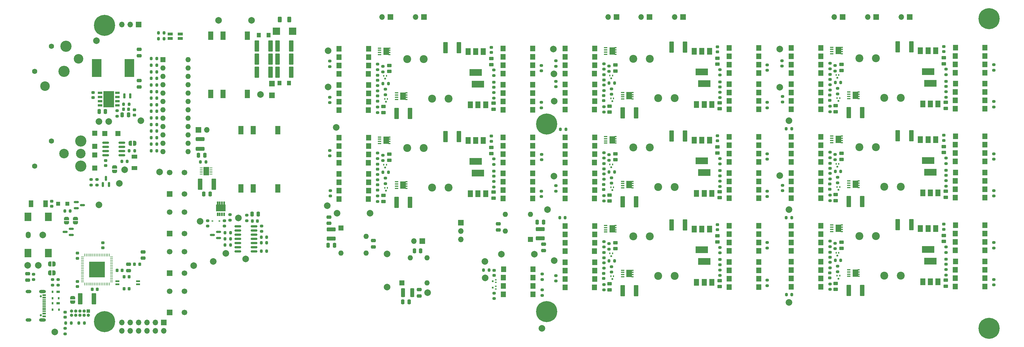
<source format=gts>
G04 #@! TF.GenerationSoftware,KiCad,Pcbnew,6.0.5*
G04 #@! TF.CreationDate,2022-06-11T02:34:19+02:00*
G04 #@! TF.ProjectId,ELController,454c436f-6e74-4726-9f6c-6c65722e6b69,rev?*
G04 #@! TF.SameCoordinates,Original*
G04 #@! TF.FileFunction,Soldermask,Top*
G04 #@! TF.FilePolarity,Negative*
%FSLAX46Y46*%
G04 Gerber Fmt 4.6, Leading zero omitted, Abs format (unit mm)*
G04 Created by KiCad (PCBNEW 6.0.5) date 2022-06-11 02:34:19*
%MOMM*%
%LPD*%
G01*
G04 APERTURE LIST*
G04 Aperture macros list*
%AMRoundRect*
0 Rectangle with rounded corners*
0 $1 Rounding radius*
0 $2 $3 $4 $5 $6 $7 $8 $9 X,Y pos of 4 corners*
0 Add a 4 corners polygon primitive as box body*
4,1,4,$2,$3,$4,$5,$6,$7,$8,$9,$2,$3,0*
0 Add four circle primitives for the rounded corners*
1,1,$1+$1,$2,$3*
1,1,$1+$1,$4,$5*
1,1,$1+$1,$6,$7*
1,1,$1+$1,$8,$9*
0 Add four rect primitives between the rounded corners*
20,1,$1+$1,$2,$3,$4,$5,0*
20,1,$1+$1,$4,$5,$6,$7,0*
20,1,$1+$1,$6,$7,$8,$9,0*
20,1,$1+$1,$8,$9,$2,$3,0*%
%AMFreePoly0*
4,1,22,0.500000,-0.750000,0.000000,-0.750000,0.000000,-0.745033,-0.079941,-0.743568,-0.215256,-0.701293,-0.333266,-0.622738,-0.424486,-0.514219,-0.481581,-0.384460,-0.499164,-0.250000,-0.500000,-0.250000,-0.500000,0.250000,-0.499164,0.250000,-0.499963,0.256109,-0.478152,0.396186,-0.417904,0.524511,-0.324060,0.630769,-0.204165,0.706417,-0.067858,0.745374,0.000000,0.744959,0.000000,0.750000,
0.500000,0.750000,0.500000,-0.750000,0.500000,-0.750000,$1*%
%AMFreePoly1*
4,1,20,0.000000,0.744959,0.073905,0.744508,0.209726,0.703889,0.328688,0.626782,0.421226,0.519385,0.479903,0.390333,0.500000,0.250000,0.500000,-0.250000,0.499851,-0.262216,0.476331,-0.402017,0.414519,-0.529596,0.319384,-0.634700,0.198574,-0.708877,0.061801,-0.746166,0.000000,-0.745033,0.000000,-0.750000,-0.500000,-0.750000,-0.500000,0.750000,0.000000,0.750000,0.000000,0.744959,
0.000000,0.744959,$1*%
G04 Aperture macros list end*
%ADD10RoundRect,0.200000X-0.275000X0.200000X-0.275000X-0.200000X0.275000X-0.200000X0.275000X0.200000X0*%
%ADD11R,2.200000X2.300000*%
%ADD12RoundRect,0.250000X-0.450000X0.262500X-0.450000X-0.262500X0.450000X-0.262500X0.450000X0.262500X0*%
%ADD13RoundRect,0.200000X0.275000X-0.200000X0.275000X0.200000X-0.275000X0.200000X-0.275000X-0.200000X0*%
%ADD14RoundRect,0.249999X-0.450001X-1.450001X0.450001X-1.450001X0.450001X1.450001X-0.450001X1.450001X0*%
%ADD15RoundRect,0.200000X0.200000X0.275000X-0.200000X0.275000X-0.200000X-0.275000X0.200000X-0.275000X0*%
%ADD16RoundRect,0.250000X-0.475000X0.250000X-0.475000X-0.250000X0.475000X-0.250000X0.475000X0.250000X0*%
%ADD17RoundRect,0.200000X-0.200000X-0.275000X0.200000X-0.275000X0.200000X0.275000X-0.200000X0.275000X0*%
%ADD18C,2.400000*%
%ADD19R,1.520000X1.780000*%
%ADD20R,1.700000X1.700000*%
%ADD21O,1.700000X1.700000*%
%ADD22R,0.400000X0.550000*%
%ADD23R,0.500000X0.550000*%
%ADD24C,2.000000*%
%ADD25R,1.200000X1.200000*%
%ADD26R,1.300000X1.400000*%
%ADD27RoundRect,0.225000X-0.250000X0.225000X-0.250000X-0.225000X0.250000X-0.225000X0.250000X0.225000X0*%
%ADD28R,1.600000X1.600000*%
%ADD29O,1.600000X1.600000*%
%ADD30RoundRect,0.225000X0.250000X-0.225000X0.250000X0.225000X-0.250000X0.225000X-0.250000X-0.225000X0*%
%ADD31R,0.990000X0.405000*%
%ADD32R,1.725000X2.235000*%
%ADD33R,0.760000X0.405000*%
%ADD34RoundRect,0.050000X0.387500X0.050000X-0.387500X0.050000X-0.387500X-0.050000X0.387500X-0.050000X0*%
%ADD35RoundRect,0.050000X0.050000X0.387500X-0.050000X0.387500X-0.050000X-0.387500X0.050000X-0.387500X0*%
%ADD36R,4.700000X4.700000*%
%ADD37RoundRect,0.250000X0.450000X-0.262500X0.450000X0.262500X-0.450000X0.262500X-0.450000X-0.262500X0*%
%ADD38C,1.700000*%
%ADD39RoundRect,0.250000X0.475000X-0.250000X0.475000X0.250000X-0.475000X0.250000X-0.475000X-0.250000X0*%
%ADD40RoundRect,0.249999X0.450001X1.450001X-0.450001X1.450001X-0.450001X-1.450001X0.450001X-1.450001X0*%
%ADD41R,1.500000X2.000000*%
%ADD42R,3.800000X2.000000*%
%ADD43FreePoly0,0.000000*%
%ADD44FreePoly1,0.000000*%
%ADD45R,2.900000X5.400000*%
%ADD46RoundRect,0.218750X-0.218750X-0.256250X0.218750X-0.256250X0.218750X0.256250X-0.218750X0.256250X0*%
%ADD47RoundRect,0.250000X0.250000X0.475000X-0.250000X0.475000X-0.250000X-0.475000X0.250000X-0.475000X0*%
%ADD48R,1.550000X2.540000*%
%ADD49RoundRect,0.077500X-0.697500X1.192500X-0.697500X-1.192500X0.697500X-1.192500X0.697500X1.192500X0*%
%ADD50RoundRect,0.250000X-0.250000X-0.475000X0.250000X-0.475000X0.250000X0.475000X-0.250000X0.475000X0*%
%ADD51RoundRect,0.250000X-0.375000X-1.075000X0.375000X-1.075000X0.375000X1.075000X-0.375000X1.075000X0*%
%ADD52FreePoly0,90.000000*%
%ADD53FreePoly1,90.000000*%
%ADD54RoundRect,0.062500X0.350000X0.062500X-0.350000X0.062500X-0.350000X-0.062500X0.350000X-0.062500X0*%
%ADD55R,1.700000X2.500000*%
%ADD56R,1.350000X0.750000*%
%ADD57R,3.200000X4.900000*%
%ADD58RoundRect,0.150000X-0.587500X-0.150000X0.587500X-0.150000X0.587500X0.150000X-0.587500X0.150000X0*%
%ADD59RoundRect,0.250000X1.075000X-0.375000X1.075000X0.375000X-1.075000X0.375000X-1.075000X-0.375000X0*%
%ADD60R,0.600000X0.450000*%
%ADD61R,0.500000X1.100000*%
%ADD62R,2.850000X2.000000*%
%ADD63R,1.200000X0.600000*%
%ADD64R,1.700000X1.300000*%
%ADD65R,1.000000X0.700000*%
%ADD66R,0.600000X0.700000*%
%ADD67C,0.800000*%
%ADD68C,6.400000*%
%ADD69RoundRect,0.225000X-0.225000X-0.250000X0.225000X-0.250000X0.225000X0.250000X-0.225000X0.250000X0*%
%ADD70RoundRect,0.225000X0.225000X0.250000X-0.225000X0.250000X-0.225000X-0.250000X0.225000X-0.250000X0*%
%ADD71R,1.000000X1.000000*%
%ADD72O,1.000000X1.000000*%
%ADD73RoundRect,0.150000X-0.825000X-0.150000X0.825000X-0.150000X0.825000X0.150000X-0.825000X0.150000X0*%
%ADD74RoundRect,0.250000X1.100000X-0.325000X1.100000X0.325000X-1.100000X0.325000X-1.100000X-0.325000X0*%
%ADD75R,0.550000X0.400000*%
%ADD76R,0.550000X0.500000*%
%ADD77O,1.500000X2.000000*%
%ADD78R,2.000000X2.500000*%
%ADD79RoundRect,0.218750X-0.256250X0.218750X-0.256250X-0.218750X0.256250X-0.218750X0.256250X0.218750X0*%
%ADD80R,1.400000X2.100000*%
%ADD81RoundRect,0.175000X-0.175000X-0.625000X0.175000X-0.625000X0.175000X0.625000X-0.175000X0.625000X0*%
%ADD82C,1.600000*%
%ADD83C,3.400000*%
%ADD84C,2.900000*%
%ADD85RoundRect,0.150000X0.587500X0.150000X-0.587500X0.150000X-0.587500X-0.150000X0.587500X-0.150000X0*%
%ADD86RoundRect,0.250000X0.312500X0.625000X-0.312500X0.625000X-0.312500X-0.625000X0.312500X-0.625000X0*%
%ADD87RoundRect,0.150000X0.840000X0.150000X-0.840000X0.150000X-0.840000X-0.150000X0.840000X-0.150000X0*%
%ADD88RoundRect,0.150000X0.150000X-0.587500X0.150000X0.587500X-0.150000X0.587500X-0.150000X-0.587500X0*%
%ADD89C,0.650000*%
%ADD90R,1.100000X0.600000*%
%ADD91R,1.100000X0.300000*%
%ADD92O,2.100000X1.000000*%
%ADD93O,1.800000X1.000000*%
%ADD94R,1.500000X0.900000*%
%ADD95FreePoly0,270.000000*%
%ADD96FreePoly1,270.000000*%
%ADD97FreePoly0,180.000000*%
%ADD98FreePoly1,180.000000*%
%ADD99RoundRect,0.250000X-1.075000X0.375000X-1.075000X-0.375000X1.075000X-0.375000X1.075000X0.375000X0*%
G04 APERTURE END LIST*
D10*
X84600000Y-82930000D03*
X84600000Y-84580000D03*
D11*
X89100000Y-23750000D03*
X94000000Y-23750000D03*
D12*
X154880000Y-45660000D03*
X154880000Y-47485000D03*
D13*
X21250000Y-100905489D03*
X21250000Y-99255489D03*
D14*
X208814275Y-28630000D03*
X212914275Y-28630000D03*
D10*
X237800000Y-88000000D03*
X237800000Y-89650000D03*
D15*
X52819760Y-50114991D03*
X51169760Y-50114991D03*
D16*
X44300000Y-94600000D03*
X44300000Y-96500000D03*
D17*
X51169760Y-38089511D03*
X52819760Y-38089511D03*
D10*
X173800000Y-32800000D03*
X173800000Y-34450000D03*
D14*
X277324520Y-55500000D03*
X281424520Y-55500000D03*
D10*
X292000000Y-42175000D03*
X292000000Y-43825000D03*
D18*
X273250000Y-71000000D03*
X278250000Y-71000000D03*
D19*
X235244755Y-47490000D03*
X235244755Y-44950000D03*
X235244755Y-42410000D03*
X235244755Y-39870000D03*
X226294755Y-39870000D03*
X226234755Y-42410000D03*
X226234755Y-44950000D03*
X226234755Y-47490000D03*
D20*
X212275000Y-19500000D03*
D21*
X209735000Y-19500000D03*
D15*
X55025000Y-26050000D03*
X53375000Y-26050000D03*
D22*
X259450000Y-64100000D03*
X258650000Y-64100000D03*
D23*
X259050000Y-64950000D03*
D19*
X303755000Y-47360000D03*
X303755000Y-44820000D03*
X303755000Y-42280000D03*
X303755000Y-39740000D03*
X294805000Y-39740000D03*
X294745000Y-42280000D03*
X294745000Y-44820000D03*
X294745000Y-47360000D03*
D24*
X43095000Y-65845000D03*
D25*
X23000000Y-76155489D03*
X25800000Y-76155489D03*
D13*
X223489755Y-64105000D03*
X223489755Y-62455000D03*
D26*
X86700000Y-25000000D03*
X83800000Y-25000000D03*
D24*
X104750000Y-40750000D03*
D27*
X256800000Y-90900000D03*
X256800000Y-92450000D03*
D13*
X155095000Y-105015000D03*
X155095000Y-103365000D03*
D24*
X173000000Y-29200000D03*
D14*
X262500000Y-102500000D03*
X266600000Y-102500000D03*
D24*
X71600000Y-20500000D03*
X81600000Y-20500000D03*
D13*
X105400000Y-73850000D03*
X105400000Y-72200000D03*
D15*
X123030000Y-39660000D03*
X121380000Y-39660000D03*
D28*
X34095000Y-58745000D03*
X34095000Y-54765000D03*
X127125000Y-100275000D03*
D29*
X134745000Y-100275000D03*
X134745000Y-92655000D03*
X129665000Y-92655000D03*
D30*
X292000000Y-40575000D03*
X292000000Y-39025000D03*
D20*
X65460000Y-53750000D03*
D21*
X68000000Y-53750000D03*
D22*
X191240000Y-98205000D03*
X190440000Y-98205000D03*
D23*
X190840000Y-99055000D03*
D18*
X273250000Y-98000000D03*
X278250000Y-98000000D03*
D19*
X245045000Y-82870000D03*
X245045000Y-85410000D03*
X245045000Y-87950000D03*
X245045000Y-90490000D03*
X253995000Y-90490000D03*
X254055000Y-87950000D03*
X254055000Y-85410000D03*
X254055000Y-82870000D03*
D30*
X223490000Y-94705000D03*
X223490000Y-93155000D03*
D15*
X52819760Y-52114991D03*
X51169760Y-52114991D03*
D18*
X265750000Y-86000000D03*
X270750000Y-86000000D03*
D31*
X125487500Y-69520000D03*
X125487500Y-70180000D03*
X125487500Y-70840000D03*
X125487500Y-71500000D03*
D32*
X127480000Y-70510000D03*
D33*
X128472500Y-70177500D03*
X128472500Y-71502500D03*
X128472500Y-70842500D03*
X128472500Y-69517500D03*
D31*
X257365000Y-28660000D03*
X257365000Y-29320000D03*
X257365000Y-29980000D03*
X257365000Y-30640000D03*
D32*
X259357500Y-29650000D03*
D33*
X260350000Y-30642500D03*
X260350000Y-29982500D03*
X260350000Y-29317500D03*
X260350000Y-28657500D03*
D19*
X176534755Y-29000000D03*
X176534755Y-31540000D03*
X176534755Y-34080000D03*
X176534755Y-36620000D03*
X185484755Y-36620000D03*
X185544755Y-34080000D03*
X185544755Y-31540000D03*
X185544755Y-29000000D03*
D27*
X188289755Y-64030000D03*
X188289755Y-65580000D03*
D18*
X265750000Y-32000000D03*
X270750000Y-32000000D03*
D19*
X235244755Y-74490000D03*
X235244755Y-71950000D03*
X235244755Y-69410000D03*
X235244755Y-66870000D03*
X226294755Y-66870000D03*
X226234755Y-69410000D03*
X226234755Y-71950000D03*
X226234755Y-74490000D03*
D34*
X39162500Y-99900000D03*
X39162500Y-99400000D03*
X39162500Y-98900000D03*
X39162500Y-98400000D03*
X39162500Y-97900000D03*
X39162500Y-97400000D03*
X39162500Y-96900000D03*
X39162500Y-96400000D03*
X39162500Y-95900000D03*
X39162500Y-95400000D03*
X39162500Y-94900000D03*
X39162500Y-94400000D03*
X39162500Y-93900000D03*
X39162500Y-93400000D03*
X39162500Y-92900000D03*
X39162500Y-92400000D03*
D35*
X38500000Y-91737500D03*
X38000000Y-91737500D03*
X37500000Y-91737500D03*
X37000000Y-91737500D03*
X36500000Y-91737500D03*
X36000000Y-91737500D03*
X35500000Y-91737500D03*
X35000000Y-91737500D03*
X34500000Y-91737500D03*
X34000000Y-91737500D03*
X33500000Y-91737500D03*
X33000000Y-91737500D03*
X32500000Y-91737500D03*
X32000000Y-91737500D03*
X31500000Y-91737500D03*
X31000000Y-91737500D03*
D34*
X30337500Y-92400000D03*
X30337500Y-92900000D03*
X30337500Y-93400000D03*
X30337500Y-93900000D03*
X30337500Y-94400000D03*
X30337500Y-94900000D03*
X30337500Y-95400000D03*
X30337500Y-95900000D03*
X30337500Y-96400000D03*
X30337500Y-96900000D03*
X30337500Y-97400000D03*
X30337500Y-97900000D03*
X30337500Y-98400000D03*
X30337500Y-98900000D03*
X30337500Y-99400000D03*
X30337500Y-99900000D03*
D35*
X31000000Y-100562500D03*
X31500000Y-100562500D03*
X32000000Y-100562500D03*
X32500000Y-100562500D03*
X33000000Y-100562500D03*
X33500000Y-100562500D03*
X34000000Y-100562500D03*
X34500000Y-100562500D03*
X35000000Y-100562500D03*
X35500000Y-100562500D03*
X36000000Y-100562500D03*
X36500000Y-100562500D03*
X37000000Y-100562500D03*
X37500000Y-100562500D03*
X38000000Y-100562500D03*
X38500000Y-100562500D03*
D36*
X34750000Y-96150000D03*
D37*
X291250000Y-87650000D03*
X291250000Y-85825000D03*
D10*
X292000000Y-96175000D03*
X292000000Y-97825000D03*
D30*
X291250000Y-83950000D03*
X291250000Y-82400000D03*
D15*
X245200000Y-53400000D03*
X243550000Y-53400000D03*
D13*
X15500000Y-99230489D03*
X15500000Y-97580489D03*
D24*
X35300000Y-51200000D03*
D10*
X256800000Y-94000000D03*
X256800000Y-95650000D03*
D15*
X67750000Y-63500000D03*
X66100000Y-63500000D03*
D28*
X54694760Y-32389511D03*
D29*
X54694760Y-34929511D03*
X54694760Y-37469511D03*
X54694760Y-40009511D03*
X54694760Y-42549511D03*
X54694760Y-45089511D03*
X54694760Y-47629511D03*
X54694760Y-50169511D03*
X54694760Y-52709511D03*
X54694760Y-55249511D03*
X54694760Y-57789511D03*
X54694760Y-60329511D03*
X62314760Y-60329511D03*
X62314760Y-57789511D03*
X62314760Y-55249511D03*
X62314760Y-52709511D03*
X62314760Y-50169511D03*
X62314760Y-47629511D03*
X62314760Y-45089511D03*
X62314760Y-42549511D03*
X62314760Y-40009511D03*
X62314760Y-37469511D03*
X62314760Y-34929511D03*
X62314760Y-32389511D03*
D19*
X176535000Y-93970000D03*
X176535000Y-96510000D03*
X176535000Y-99050000D03*
X176535000Y-101590000D03*
X185485000Y-101590000D03*
X185545000Y-99050000D03*
X185545000Y-96510000D03*
X185545000Y-93970000D03*
X235245000Y-101490000D03*
X235245000Y-98950000D03*
X235245000Y-96410000D03*
X235245000Y-93870000D03*
X226295000Y-93870000D03*
X226235000Y-96410000D03*
X226235000Y-98950000D03*
X226235000Y-101490000D03*
D20*
X56750000Y-85250000D03*
D38*
X56750000Y-78750000D03*
X61250000Y-78750000D03*
X61250000Y-85250000D03*
D27*
X256750000Y-97200000D03*
X256750000Y-98750000D03*
D13*
X75025000Y-81155000D03*
X75025000Y-79505000D03*
D39*
X105000000Y-82150000D03*
X105000000Y-80250000D03*
D27*
X188240000Y-97330000D03*
X188240000Y-98880000D03*
D10*
X119780000Y-67260000D03*
X119780000Y-68910000D03*
D14*
X277324520Y-28500000D03*
X281424520Y-28500000D03*
D40*
X33800000Y-105100000D03*
X29700000Y-105100000D03*
D41*
X147880000Y-46160000D03*
D42*
X150180000Y-39860000D03*
D41*
X150180000Y-46160000D03*
X152480000Y-46160000D03*
D43*
X20400000Y-97155489D03*
D44*
X21700000Y-97155489D03*
D40*
X87300000Y-32250000D03*
X83200000Y-32250000D03*
D45*
X34650000Y-34950000D03*
X44550000Y-34950000D03*
D31*
X193997255Y-69390000D03*
X193997255Y-70050000D03*
X193997255Y-70710000D03*
X193997255Y-71370000D03*
D33*
X196982255Y-71372500D03*
X196982255Y-70712500D03*
X196982255Y-69387500D03*
X196982255Y-70047500D03*
D32*
X195989755Y-70380000D03*
D46*
X46100000Y-94600000D03*
X47675000Y-94600000D03*
D30*
X222740000Y-84080000D03*
X222740000Y-82530000D03*
D10*
X223489755Y-42305000D03*
X223489755Y-43955000D03*
D31*
X120345000Y-55920000D03*
X120345000Y-56580000D03*
X120345000Y-57240000D03*
X120345000Y-57900000D03*
D33*
X123330000Y-56577500D03*
X123330000Y-57902500D03*
D32*
X122337500Y-56910000D03*
D33*
X123330000Y-55917500D03*
X123330000Y-57242500D03*
D15*
X52819760Y-32114991D03*
X51169760Y-32114991D03*
D10*
X105250000Y-43850000D03*
X105250000Y-45500000D03*
D19*
X245045000Y-93840000D03*
X245045000Y-96380000D03*
X245045000Y-98920000D03*
X245045000Y-101460000D03*
X253995000Y-101460000D03*
X254055000Y-98920000D03*
X254055000Y-96380000D03*
X254055000Y-93840000D03*
D16*
X156300000Y-82250000D03*
X156300000Y-84150000D03*
D15*
X245250000Y-103800000D03*
X243600000Y-103800000D03*
D41*
X216389755Y-46030000D03*
X218689755Y-46030000D03*
D42*
X218689755Y-39730000D03*
D41*
X220989755Y-46030000D03*
D47*
X83600000Y-79330000D03*
X81700000Y-79330000D03*
D15*
X52819760Y-60114991D03*
X51169760Y-60114991D03*
D47*
X106670000Y-88840000D03*
X104770000Y-88840000D03*
D41*
X147880000Y-73160000D03*
X150180000Y-73160000D03*
D42*
X150180000Y-66860000D03*
D41*
X152480000Y-73160000D03*
D10*
X237800000Y-45400000D03*
X237800000Y-47050000D03*
X237800000Y-99400000D03*
X237800000Y-101050000D03*
D22*
X122730000Y-71335000D03*
X121930000Y-71335000D03*
D23*
X122330000Y-72185000D03*
D48*
X89500000Y-53850000D03*
X82080000Y-53850000D03*
X78370000Y-53850000D03*
X78370000Y-71500000D03*
X82080000Y-71500000D03*
D49*
X89500000Y-71500000D03*
D13*
X119780000Y-62460000D03*
X119780000Y-60810000D03*
D41*
X284900000Y-45900000D03*
D42*
X287200000Y-39600000D03*
D41*
X287200000Y-45900000D03*
X289500000Y-45900000D03*
D13*
X154980000Y-37235000D03*
X154980000Y-35585000D03*
D17*
X51169760Y-48114991D03*
X52819760Y-48114991D03*
D13*
X256800000Y-48225000D03*
X256800000Y-46575000D03*
D24*
X34550000Y-26700000D03*
D37*
X123280000Y-62985000D03*
X123280000Y-61160000D03*
D10*
X169400000Y-34175000D03*
X169400000Y-35825000D03*
D15*
X176800000Y-53600000D03*
X175150000Y-53600000D03*
D24*
X241600000Y-67600000D03*
X152250000Y-93750000D03*
D50*
X67100000Y-73250000D03*
X69000000Y-73250000D03*
D51*
X127475000Y-103225000D03*
X130275000Y-103225000D03*
D15*
X52819760Y-44114991D03*
X51169760Y-44114991D03*
D10*
X40800000Y-47950000D03*
X40800000Y-49600000D03*
D52*
X40095000Y-66345000D03*
D53*
X40095000Y-65045000D03*
D19*
X303755000Y-101360000D03*
X303755000Y-98820000D03*
X303755000Y-96280000D03*
X303755000Y-93740000D03*
X294805000Y-93740000D03*
X294745000Y-96280000D03*
X294745000Y-98820000D03*
X294745000Y-101360000D03*
X176535000Y-83000000D03*
X176535000Y-85540000D03*
X176535000Y-88080000D03*
X176535000Y-90620000D03*
X185485000Y-90620000D03*
X185545000Y-88080000D03*
X185545000Y-85540000D03*
X185545000Y-83000000D03*
D52*
X28250000Y-81955489D03*
D53*
X28250000Y-80655489D03*
D15*
X191539755Y-66530000D03*
X189889755Y-66530000D03*
X191539755Y-39530000D03*
X189889755Y-39530000D03*
D10*
X242300000Y-32750000D03*
X242300000Y-34400000D03*
D54*
X69287500Y-67250000D03*
X69287500Y-66750000D03*
X69287500Y-66250000D03*
X69287500Y-65750000D03*
X69287500Y-65250000D03*
X66362500Y-65250000D03*
X66362500Y-65750000D03*
X66362500Y-66250000D03*
X66362500Y-66750000D03*
X66362500Y-67250000D03*
D55*
X67825000Y-66250000D03*
D48*
X80315000Y-25175000D03*
X72895000Y-25175000D03*
X69185000Y-25175000D03*
X69185000Y-42825000D03*
X72895000Y-42825000D03*
D49*
X80315000Y-42825000D03*
D27*
X188290000Y-91030000D03*
X188290000Y-92580000D03*
D56*
X35675000Y-42495000D03*
X35675000Y-43765000D03*
X35675000Y-45035000D03*
X35675000Y-46305000D03*
X40925000Y-46305000D03*
X40925000Y-45035000D03*
X40925000Y-43765000D03*
X40925000Y-42495000D03*
D57*
X38300000Y-44400000D03*
D12*
X291900000Y-99400000D03*
X291900000Y-101225000D03*
X190040000Y-100530000D03*
X190040000Y-102355000D03*
D13*
X119780000Y-48485000D03*
X119780000Y-46835000D03*
D10*
X306400000Y-45150000D03*
X306400000Y-46800000D03*
D20*
X280985000Y-19500000D03*
D21*
X278445000Y-19500000D03*
D58*
X28500000Y-75655489D03*
X28500000Y-77555489D03*
X30375000Y-76605489D03*
D19*
X235245000Y-90490000D03*
X235245000Y-87950000D03*
X235245000Y-85410000D03*
X235245000Y-82870000D03*
X226295000Y-82870000D03*
X226235000Y-85410000D03*
X226235000Y-87950000D03*
X226235000Y-90490000D03*
D59*
X169050000Y-86700000D03*
X169050000Y-83900000D03*
D12*
X223390000Y-99530000D03*
X223390000Y-101355000D03*
D24*
X107250000Y-53000000D03*
D41*
X220290000Y-83867500D03*
X217990000Y-83867500D03*
D42*
X217990000Y-90167500D03*
D41*
X215690000Y-83867500D03*
D15*
X260050000Y-66400000D03*
X258400000Y-66400000D03*
D12*
X291900000Y-45400000D03*
X291900000Y-47225000D03*
D10*
X292000000Y-69175000D03*
X292000000Y-70825000D03*
D60*
X69725000Y-81475000D03*
X71825000Y-81475000D03*
D61*
X71300000Y-79425000D03*
X71950000Y-79425000D03*
X72600000Y-79425000D03*
X73250000Y-79425000D03*
X73250000Y-76025000D03*
X71300000Y-76025000D03*
X72600000Y-76025000D03*
X71950000Y-76025000D03*
D62*
X72275000Y-77500000D03*
D41*
X288800000Y-56737500D03*
D42*
X286500000Y-63037500D03*
D41*
X286500000Y-56737500D03*
X284200000Y-56737500D03*
D19*
X166735000Y-74620000D03*
X166735000Y-72080000D03*
X166735000Y-69540000D03*
X166735000Y-67000000D03*
X157785000Y-67000000D03*
X157725000Y-69540000D03*
X157725000Y-72080000D03*
X157725000Y-74620000D03*
D28*
X34095000Y-61355000D03*
X34095000Y-65335000D03*
D37*
X222740000Y-87780000D03*
X222740000Y-85955000D03*
X260300000Y-62725000D03*
X260300000Y-60900000D03*
X291250000Y-60650000D03*
X291250000Y-58825000D03*
D12*
X258550000Y-46400000D03*
X258550000Y-48225000D03*
D63*
X40900000Y-100650000D03*
X47200000Y-100650000D03*
X47200000Y-99750000D03*
X40900000Y-99750000D03*
D64*
X46095000Y-65345000D03*
X46095000Y-61845000D03*
D47*
X44300000Y-49200000D03*
X42400000Y-49200000D03*
D14*
X140304520Y-55760000D03*
X144404520Y-55760000D03*
D22*
X122430000Y-37360000D03*
X121630000Y-37360000D03*
D23*
X122030000Y-38210000D03*
D38*
X56750000Y-66750000D03*
D20*
X56750000Y-73250000D03*
D38*
X61250000Y-66750000D03*
X61250000Y-73250000D03*
D17*
X51169760Y-40089511D03*
X52819760Y-40089511D03*
D24*
X173200000Y-36750000D03*
D41*
X151780000Y-56997500D03*
X149480000Y-56997500D03*
D42*
X149480000Y-63297500D03*
D41*
X147180000Y-56997500D03*
D30*
X154230000Y-30210000D03*
X154230000Y-28660000D03*
D24*
X241600000Y-29200000D03*
D10*
X188290000Y-94130000D03*
X188290000Y-95780000D03*
D20*
X133290000Y-87500000D03*
D21*
X130750000Y-87500000D03*
D22*
X259450000Y-91100000D03*
X258650000Y-91100000D03*
D23*
X259050000Y-91950000D03*
D14*
X193989755Y-48630000D03*
X198089755Y-48630000D03*
D10*
X105250000Y-60000000D03*
X105250000Y-61650000D03*
D37*
X191789755Y-62855000D03*
X191789755Y-61030000D03*
D43*
X20400000Y-94500000D03*
D44*
X21700000Y-94500000D03*
D19*
X166850000Y-103690000D03*
X166850000Y-101150000D03*
X166850000Y-98610000D03*
X166850000Y-96070000D03*
X157900000Y-96070000D03*
X157840000Y-98610000D03*
X157840000Y-101150000D03*
X157840000Y-103690000D03*
D10*
X188289755Y-40130000D03*
X188289755Y-41780000D03*
X256800000Y-67000000D03*
X256800000Y-68650000D03*
X122130000Y-68435000D03*
X122130000Y-70085000D03*
D13*
X188290000Y-102355000D03*
X188290000Y-100705000D03*
D22*
X190939755Y-64230000D03*
X190139755Y-64230000D03*
D23*
X190539755Y-65080000D03*
D14*
X262500000Y-75500000D03*
X266600000Y-75500000D03*
D40*
X87300000Y-28250000D03*
X83200000Y-28250000D03*
D10*
X119780000Y-40260000D03*
X119780000Y-41910000D03*
D17*
X51169760Y-36114991D03*
X52819760Y-36114991D03*
D18*
X136230000Y-44260000D03*
X141230000Y-44260000D03*
D10*
X258350000Y-34200000D03*
X258350000Y-35850000D03*
D50*
X35400000Y-48200000D03*
X37300000Y-48200000D03*
D26*
X90050000Y-39500000D03*
X92950000Y-39500000D03*
D65*
X23000000Y-106405489D03*
D66*
X21300000Y-106405489D03*
X21300000Y-108405489D03*
X23200000Y-108405489D03*
D67*
X172697056Y-53697056D03*
X173400000Y-52000000D03*
D68*
X171000000Y-52000000D03*
D67*
X171000000Y-54400000D03*
X169302944Y-50302944D03*
X168600000Y-52000000D03*
X171000000Y-49600000D03*
X172697056Y-50302944D03*
X169302944Y-53697056D03*
D13*
X80100000Y-81330000D03*
X80100000Y-79680000D03*
D37*
X123280000Y-35985000D03*
X123280000Y-34160000D03*
D19*
X245045000Y-55870000D03*
X245045000Y-58410000D03*
X245045000Y-60950000D03*
X245045000Y-63490000D03*
X253995000Y-63490000D03*
X254055000Y-60950000D03*
X254055000Y-58410000D03*
X254055000Y-55870000D03*
D30*
X292000000Y-94575000D03*
X292000000Y-93025000D03*
D22*
X191239755Y-71205000D03*
X190439755Y-71205000D03*
D23*
X190839755Y-72055000D03*
D10*
X258350000Y-61200000D03*
X258350000Y-62850000D03*
D24*
X117480000Y-79090000D03*
X107480000Y-79090000D03*
X38300000Y-51200000D03*
D17*
X25275000Y-112400000D03*
X26925000Y-112400000D03*
D27*
X188239755Y-70330000D03*
X188239755Y-71880000D03*
D69*
X42950000Y-98400000D03*
X44500000Y-98400000D03*
D15*
X75175000Y-86830000D03*
X73525000Y-86830000D03*
D16*
X132375000Y-102275000D03*
X132375000Y-104175000D03*
D10*
X173750000Y-98000000D03*
X173750000Y-99650000D03*
D70*
X44350000Y-47450000D03*
X42800000Y-47450000D03*
D24*
X173200000Y-67800000D03*
X41500000Y-70000000D03*
D14*
X208814520Y-82630000D03*
X212914520Y-82630000D03*
D50*
X168100000Y-81800000D03*
X170000000Y-81800000D03*
D41*
X288800000Y-29737500D03*
X286500000Y-29737500D03*
D42*
X286500000Y-36037500D03*
D41*
X284200000Y-29737500D03*
D13*
X188289755Y-75355000D03*
X188289755Y-73705000D03*
D15*
X44450000Y-45950000D03*
X42800000Y-45950000D03*
D10*
X256800000Y-40000000D03*
X256800000Y-41650000D03*
X306400000Y-33975000D03*
X306400000Y-35625000D03*
D30*
X222739755Y-57080000D03*
X222739755Y-55530000D03*
D18*
X204739755Y-44130000D03*
X209739755Y-44130000D03*
D10*
X189839755Y-61330000D03*
X189839755Y-62980000D03*
D24*
X134875000Y-103225000D03*
D12*
X121530000Y-73660000D03*
X121530000Y-75485000D03*
D71*
X32150000Y-108775000D03*
D72*
X32150000Y-110045000D03*
X30880000Y-108775000D03*
X30880000Y-110045000D03*
X29610000Y-108775000D03*
X29610000Y-110045000D03*
X28340000Y-108775000D03*
X28340000Y-110045000D03*
X27070000Y-108775000D03*
X27070000Y-110045000D03*
D19*
X176534755Y-39970000D03*
X176534755Y-42510000D03*
X176534755Y-45050000D03*
X176534755Y-47590000D03*
X185484755Y-47590000D03*
X185544755Y-45050000D03*
X185544755Y-42510000D03*
X185544755Y-39970000D03*
D30*
X28850000Y-92750000D03*
X28850000Y-91200000D03*
D37*
X154230000Y-60910000D03*
X154230000Y-59085000D03*
D50*
X127400000Y-106000000D03*
X129300000Y-106000000D03*
D10*
X68275000Y-81325000D03*
X68275000Y-82975000D03*
D31*
X257365000Y-82660000D03*
X257365000Y-83320000D03*
X257365000Y-83980000D03*
X257365000Y-84640000D03*
D33*
X260350000Y-83982500D03*
X260350000Y-82657500D03*
X260350000Y-84642500D03*
D32*
X259357500Y-83650000D03*
D33*
X260350000Y-83317500D03*
D19*
X303755000Y-90360000D03*
X303755000Y-87820000D03*
X303755000Y-85280000D03*
X303755000Y-82740000D03*
X294805000Y-82740000D03*
X294745000Y-85280000D03*
X294745000Y-87820000D03*
X294745000Y-90360000D03*
D31*
X120345000Y-28920000D03*
X120345000Y-29580000D03*
X120345000Y-30240000D03*
X120345000Y-30900000D03*
D33*
X123330000Y-30902500D03*
D32*
X122337500Y-29910000D03*
D33*
X123330000Y-30242500D03*
X123330000Y-29577500D03*
X123330000Y-28917500D03*
D13*
X256800000Y-35200000D03*
X256800000Y-33550000D03*
D24*
X48050000Y-50950000D03*
D15*
X260050000Y-93400000D03*
X258400000Y-93400000D03*
D14*
X89450000Y-32250000D03*
X93550000Y-32250000D03*
D30*
X222739755Y-30080000D03*
X222739755Y-28530000D03*
D13*
X23000000Y-100905489D03*
X23000000Y-99255489D03*
D20*
X87750000Y-39710000D03*
X87750000Y-43290000D03*
D18*
X136230000Y-71260000D03*
X141230000Y-71260000D03*
D16*
X47550000Y-38800000D03*
X47550000Y-40700000D03*
D24*
X244400000Y-51000000D03*
D37*
X291250000Y-33650000D03*
X291250000Y-31825000D03*
D17*
X53375000Y-24300000D03*
X55025000Y-24300000D03*
D65*
X22950000Y-102905489D03*
D66*
X21250000Y-102905489D03*
X21250000Y-104905489D03*
X23150000Y-104905489D03*
D13*
X292000000Y-63975000D03*
X292000000Y-62325000D03*
D41*
X216389755Y-73030000D03*
X218689755Y-73030000D03*
D42*
X218689755Y-66730000D03*
D41*
X220989755Y-73030000D03*
D24*
X66000000Y-81500000D03*
D10*
X237800000Y-61000000D03*
X237800000Y-62650000D03*
D67*
X302600000Y-20000000D03*
X306697056Y-18302944D03*
X306697056Y-21697056D03*
X303302944Y-21697056D03*
D68*
X305000000Y-20000000D03*
D67*
X305000000Y-17600000D03*
X307400000Y-20000000D03*
X305000000Y-22400000D03*
X303302944Y-18302944D03*
D18*
X265750000Y-59000000D03*
X270750000Y-59000000D03*
D10*
X121330000Y-34460000D03*
X121330000Y-36110000D03*
X190640000Y-95305000D03*
X190640000Y-96955000D03*
D14*
X125480000Y-75760000D03*
X129580000Y-75760000D03*
D13*
X169600000Y-99200000D03*
X169600000Y-97550000D03*
D24*
X84250000Y-43000000D03*
D12*
X223389755Y-45530000D03*
X223389755Y-47355000D03*
D73*
X77375000Y-83020000D03*
X77375000Y-84290000D03*
X77375000Y-85560000D03*
X77375000Y-86830000D03*
X77375000Y-88100000D03*
X77375000Y-89370000D03*
X77375000Y-90640000D03*
X82325000Y-90640000D03*
X82325000Y-89370000D03*
X82325000Y-88100000D03*
X82325000Y-86830000D03*
X82325000Y-85560000D03*
X82325000Y-84290000D03*
X82325000Y-83020000D03*
D10*
X237800000Y-34000000D03*
X237800000Y-35650000D03*
D20*
X56750000Y-97250000D03*
D38*
X56750000Y-90750000D03*
X61250000Y-90750000D03*
X61250000Y-97250000D03*
D12*
X258550000Y-73400000D03*
X258550000Y-75225000D03*
D13*
X188289755Y-62330000D03*
X188289755Y-60680000D03*
X292000000Y-36975000D03*
X292000000Y-35325000D03*
D14*
X140304520Y-28760000D03*
X144404520Y-28760000D03*
D41*
X284900000Y-99900000D03*
D42*
X287200000Y-93600000D03*
D41*
X287200000Y-99900000D03*
X289500000Y-99900000D03*
D74*
X66000000Y-59500000D03*
X66000000Y-56550000D03*
D10*
X169400000Y-72375000D03*
X169400000Y-74025000D03*
D12*
X291900000Y-72400000D03*
X291900000Y-74225000D03*
D10*
X259150000Y-68175000D03*
X259150000Y-69825000D03*
D31*
X193997500Y-96390000D03*
X193997500Y-97050000D03*
X193997500Y-97710000D03*
X193997500Y-98370000D03*
D33*
X196982500Y-98372500D03*
X196982500Y-97047500D03*
D32*
X195990000Y-97380000D03*
D33*
X196982500Y-97712500D03*
X196982500Y-96387500D03*
D75*
X155520000Y-102090000D03*
X155520000Y-101290000D03*
D76*
X154670000Y-101690000D03*
D30*
X154980000Y-40835000D03*
X154980000Y-39285000D03*
D10*
X105250000Y-32850000D03*
X105250000Y-34500000D03*
D24*
X18300000Y-85655489D03*
D77*
X13900000Y-85655489D03*
D78*
X20000000Y-80155489D03*
X13800000Y-80155489D03*
X13800000Y-91155489D03*
X20000000Y-91155489D03*
D13*
X223489755Y-37105000D03*
X223489755Y-35455000D03*
D24*
X53750000Y-66500000D03*
D37*
X222739755Y-33780000D03*
X222739755Y-31955000D03*
X191789755Y-35855000D03*
X191789755Y-34030000D03*
D30*
X155095000Y-97965000D03*
X155095000Y-96415000D03*
D14*
X208814275Y-55630000D03*
X212914275Y-55630000D03*
D24*
X173250000Y-93500000D03*
D15*
X245200000Y-80400000D03*
X243550000Y-80400000D03*
D22*
X122730000Y-44335000D03*
X121930000Y-44335000D03*
D23*
X122330000Y-45185000D03*
D27*
X119730000Y-70460000D03*
X119730000Y-72010000D03*
D10*
X189840000Y-88330000D03*
X189840000Y-89980000D03*
D15*
X75175000Y-85005000D03*
X73525000Y-85005000D03*
D19*
X108025000Y-29130000D03*
X108025000Y-31670000D03*
X108025000Y-34210000D03*
X108025000Y-36750000D03*
X116975000Y-36750000D03*
X117035000Y-34210000D03*
X117035000Y-31670000D03*
X117035000Y-29130000D03*
D27*
X188239755Y-43330000D03*
X188239755Y-44880000D03*
D79*
X46050000Y-47700000D03*
X46050000Y-49275000D03*
D41*
X216390000Y-100030000D03*
X218690000Y-100030000D03*
D42*
X218690000Y-93730000D03*
D41*
X220990000Y-100030000D03*
D13*
X256800000Y-102225000D03*
X256800000Y-100575000D03*
X154980000Y-64235000D03*
X154980000Y-62585000D03*
D39*
X48700000Y-92700000D03*
X48700000Y-90800000D03*
D37*
X191790000Y-89855000D03*
X191790000Y-88030000D03*
D17*
X42270000Y-63345000D03*
X43920000Y-63345000D03*
D41*
X220289755Y-29867500D03*
D42*
X217989755Y-36167500D03*
D41*
X217989755Y-29867500D03*
X215689755Y-29867500D03*
D14*
X277324520Y-82500000D03*
X281424520Y-82500000D03*
D17*
X84525000Y-90580000D03*
X86175000Y-90580000D03*
D12*
X223389755Y-72530000D03*
X223389755Y-74355000D03*
D37*
X260300000Y-89725000D03*
X260300000Y-87900000D03*
D19*
X235244755Y-63490000D03*
X235244755Y-60950000D03*
X235244755Y-58410000D03*
X235244755Y-55870000D03*
X226294755Y-55870000D03*
X226234755Y-58410000D03*
X226234755Y-60950000D03*
X226234755Y-63490000D03*
D16*
X170000000Y-88500000D03*
X170000000Y-90400000D03*
D24*
X104500000Y-76750000D03*
D18*
X204740000Y-98130000D03*
X209740000Y-98130000D03*
D24*
X171250000Y-78000000D03*
D27*
X188289755Y-37030000D03*
X188289755Y-38580000D03*
D10*
X169480000Y-61200000D03*
X169480000Y-62850000D03*
X34750000Y-68850000D03*
X34750000Y-70500000D03*
D22*
X190939755Y-37230000D03*
X190139755Y-37230000D03*
D23*
X190539755Y-38080000D03*
D10*
X121330000Y-61460000D03*
X121330000Y-63110000D03*
D20*
X192155000Y-19500000D03*
D21*
X189615000Y-19500000D03*
D28*
X108670000Y-83540000D03*
D29*
X108670000Y-91160000D03*
X116290000Y-91160000D03*
X116290000Y-86080000D03*
D39*
X118470000Y-89290000D03*
X118470000Y-87390000D03*
D31*
X188854755Y-55790000D03*
X188854755Y-56450000D03*
X188854755Y-57110000D03*
X188854755Y-57770000D03*
D33*
X191839755Y-55787500D03*
D32*
X190847255Y-56780000D03*
D33*
X191839755Y-57112500D03*
X191839755Y-57772500D03*
X191839755Y-56447500D03*
D14*
X89450000Y-28250000D03*
X93550000Y-28250000D03*
D19*
X108025000Y-67100000D03*
X108025000Y-69640000D03*
X108025000Y-72180000D03*
X108025000Y-74720000D03*
X116975000Y-74720000D03*
X117035000Y-72180000D03*
X117035000Y-69640000D03*
X117035000Y-67100000D03*
D12*
X154880000Y-72660000D03*
X154880000Y-74485000D03*
D27*
X37345000Y-63070000D03*
X37345000Y-64620000D03*
D17*
X84525000Y-86330000D03*
X86175000Y-86330000D03*
D24*
X122600000Y-91465000D03*
X122600000Y-101465000D03*
D31*
X193997255Y-42390000D03*
X193997255Y-43050000D03*
X193997255Y-43710000D03*
X193997255Y-44370000D03*
D33*
X196982255Y-43047500D03*
D32*
X195989755Y-43380000D03*
D33*
X196982255Y-44372500D03*
X196982255Y-43712500D03*
X196982255Y-42387500D03*
D27*
X119780000Y-64160000D03*
X119780000Y-65710000D03*
D19*
X108025000Y-56130000D03*
X108025000Y-58670000D03*
X108025000Y-61210000D03*
X108025000Y-63750000D03*
X116975000Y-63750000D03*
X117035000Y-61210000D03*
X117035000Y-58670000D03*
X117035000Y-56130000D03*
D22*
X259750000Y-44075000D03*
X258950000Y-44075000D03*
D23*
X259350000Y-44925000D03*
D15*
X75175000Y-88755000D03*
X73525000Y-88755000D03*
D37*
X260300000Y-35725000D03*
X260300000Y-33900000D03*
D19*
X303755000Y-36360000D03*
X303755000Y-33820000D03*
X303755000Y-31280000D03*
X303755000Y-28740000D03*
X294805000Y-28740000D03*
X294745000Y-31280000D03*
X294745000Y-33820000D03*
X294745000Y-36360000D03*
D30*
X154230000Y-57210000D03*
X154230000Y-55660000D03*
D10*
X259150000Y-41175000D03*
X259150000Y-42825000D03*
D80*
X19150000Y-76155489D03*
X14750000Y-76155489D03*
D10*
X190639755Y-68305000D03*
X190639755Y-69955000D03*
D41*
X284900000Y-72900000D03*
X287200000Y-72900000D03*
D42*
X287200000Y-66600000D03*
D41*
X289500000Y-72900000D03*
X151780000Y-29997500D03*
D42*
X149480000Y-36297500D03*
D41*
X149480000Y-29997500D03*
X147180000Y-29997500D03*
D12*
X190039755Y-73530000D03*
X190039755Y-75355000D03*
D18*
X197239755Y-32130000D03*
X202239755Y-32130000D03*
D20*
X145000000Y-81975000D03*
D21*
X145000000Y-84515000D03*
X145000000Y-87055000D03*
D14*
X125480000Y-48760000D03*
X129580000Y-48760000D03*
D24*
X157240000Y-91550000D03*
X167240000Y-91550000D03*
D20*
X270825000Y-19500000D03*
D21*
X268285000Y-19500000D03*
D31*
X262507500Y-69260000D03*
X262507500Y-69920000D03*
X262507500Y-70580000D03*
X262507500Y-71240000D03*
D33*
X265492500Y-69917500D03*
D32*
X264500000Y-70250000D03*
D33*
X265492500Y-71242500D03*
X265492500Y-69257500D03*
X265492500Y-70582500D03*
D13*
X256800000Y-62200000D03*
X256800000Y-60550000D03*
D30*
X25100000Y-110650000D03*
X25100000Y-109100000D03*
D19*
X303755000Y-74360000D03*
X303755000Y-71820000D03*
X303755000Y-69280000D03*
X303755000Y-66740000D03*
X294805000Y-66740000D03*
X294745000Y-69280000D03*
X294745000Y-71820000D03*
X294745000Y-74360000D03*
X176534755Y-66970000D03*
X176534755Y-69510000D03*
X176534755Y-72050000D03*
X176534755Y-74590000D03*
X185484755Y-74590000D03*
X185544755Y-72050000D03*
X185544755Y-69510000D03*
X185544755Y-66970000D03*
X245045000Y-39840000D03*
X245045000Y-42380000D03*
X245045000Y-44920000D03*
X245045000Y-47460000D03*
X253995000Y-47460000D03*
X254055000Y-44920000D03*
X254055000Y-42380000D03*
X254055000Y-39840000D03*
D17*
X84525000Y-88080000D03*
X86175000Y-88080000D03*
D30*
X291250000Y-56950000D03*
X291250000Y-55400000D03*
D39*
X47550000Y-31200000D03*
X47550000Y-29300000D03*
D20*
X123645000Y-19500000D03*
D21*
X121105000Y-19500000D03*
D10*
X306400000Y-72200000D03*
X306400000Y-73850000D03*
D19*
X166735000Y-47620000D03*
X166735000Y-45080000D03*
X166735000Y-42540000D03*
X166735000Y-40000000D03*
X157785000Y-40000000D03*
X157725000Y-42540000D03*
X157725000Y-45080000D03*
X157725000Y-47620000D03*
D50*
X65500000Y-61500000D03*
X67400000Y-61500000D03*
D81*
X43000000Y-43450000D03*
X44800000Y-43450000D03*
D19*
X245045000Y-66840000D03*
X245045000Y-69380000D03*
X245045000Y-71920000D03*
X245045000Y-74460000D03*
X253995000Y-74460000D03*
X254055000Y-71920000D03*
X254055000Y-69380000D03*
X254055000Y-66840000D03*
D31*
X188854755Y-28790000D03*
X188854755Y-29450000D03*
X188854755Y-30110000D03*
X188854755Y-30770000D03*
D33*
X191839755Y-29447500D03*
D32*
X190847255Y-29780000D03*
D33*
X191839755Y-28787500D03*
X191839755Y-30772500D03*
X191839755Y-30112500D03*
D47*
X132825000Y-90475000D03*
X130925000Y-90475000D03*
D24*
X241600000Y-40800000D03*
D10*
X258350000Y-88200000D03*
X258350000Y-89850000D03*
D82*
X15830000Y-36000000D03*
X20910000Y-28380000D03*
D83*
X24720000Y-36000000D03*
X25355000Y-28380000D03*
D84*
X29170000Y-32190000D03*
X19000000Y-40440000D03*
D18*
X204739755Y-71130000D03*
X209739755Y-71130000D03*
D10*
X306400000Y-88000000D03*
X306400000Y-89650000D03*
D24*
X244400000Y-78000000D03*
D67*
X171000000Y-106600000D03*
X172697056Y-110697056D03*
X173400000Y-109000000D03*
D68*
X171000000Y-109000000D03*
D67*
X169302944Y-107302944D03*
X172697056Y-107302944D03*
X168600000Y-109000000D03*
X169302944Y-110697056D03*
X171000000Y-111400000D03*
D18*
X273250000Y-44000000D03*
X278250000Y-44000000D03*
D41*
X288800000Y-83737500D03*
X286500000Y-83737500D03*
D42*
X286500000Y-90037500D03*
D41*
X284200000Y-83737500D03*
D17*
X44520000Y-60095000D03*
X46170000Y-60095000D03*
X51169760Y-34114991D03*
X52819760Y-34114991D03*
D13*
X25100000Y-115725000D03*
X25100000Y-114075000D03*
D30*
X36500000Y-89600000D03*
X36500000Y-88050000D03*
D14*
X89450000Y-36250000D03*
X93550000Y-36250000D03*
D31*
X262507500Y-96260000D03*
X262507500Y-96920000D03*
X262507500Y-97580000D03*
X262507500Y-98240000D03*
D33*
X265492500Y-97582500D03*
D32*
X264500000Y-97250000D03*
D33*
X265492500Y-96917500D03*
X265492500Y-96257500D03*
X265492500Y-98242500D03*
D24*
X35300000Y-76500000D03*
D15*
X52819760Y-42114991D03*
X51169760Y-42114991D03*
D13*
X292000000Y-90975000D03*
X292000000Y-89325000D03*
D28*
X41095000Y-54845000D03*
X37115000Y-54845000D03*
D27*
X256800000Y-36900000D03*
X256800000Y-38450000D03*
D30*
X291250000Y-29950000D03*
X291250000Y-28400000D03*
D20*
X47350000Y-21750000D03*
D21*
X44810000Y-21750000D03*
X42270000Y-21750000D03*
D22*
X259450000Y-37100000D03*
X258650000Y-37100000D03*
D23*
X259050000Y-37950000D03*
D10*
X154980000Y-42435000D03*
X154980000Y-44085000D03*
D15*
X52819760Y-46114991D03*
X51169760Y-46114991D03*
D12*
X121530000Y-46660000D03*
X121530000Y-48485000D03*
D27*
X119780000Y-37160000D03*
X119780000Y-38710000D03*
D19*
X166735000Y-63620000D03*
X166735000Y-61080000D03*
X166735000Y-58540000D03*
X166735000Y-56000000D03*
X157785000Y-56000000D03*
X157725000Y-58540000D03*
X157725000Y-61080000D03*
X157725000Y-63620000D03*
D10*
X306400000Y-99200000D03*
X306400000Y-100850000D03*
D20*
X260665000Y-19500000D03*
D21*
X258125000Y-19500000D03*
D15*
X52819760Y-54114991D03*
X51169760Y-54114991D03*
D10*
X173750000Y-39000000D03*
X173750000Y-40650000D03*
D22*
X190940000Y-91230000D03*
X190140000Y-91230000D03*
D23*
X190540000Y-92080000D03*
D13*
X223490000Y-91105000D03*
X223490000Y-89455000D03*
D68*
X305000000Y-114000000D03*
D67*
X306697056Y-115697056D03*
X306697056Y-112302944D03*
X302600000Y-114000000D03*
X307400000Y-114000000D03*
X303302944Y-115697056D03*
X305000000Y-111600000D03*
X303302944Y-112302944D03*
X305000000Y-116400000D03*
D31*
X188855000Y-82790000D03*
X188855000Y-83450000D03*
X188855000Y-84110000D03*
X188855000Y-84770000D03*
D33*
X191840000Y-84772500D03*
D32*
X190847500Y-83780000D03*
D33*
X191840000Y-82787500D03*
X191840000Y-83447500D03*
X191840000Y-84112500D03*
D20*
X133805000Y-19500000D03*
D21*
X131265000Y-19500000D03*
D27*
X256750000Y-43200000D03*
X256750000Y-44750000D03*
D19*
X235244755Y-36490000D03*
X235244755Y-33950000D03*
X235244755Y-31410000D03*
X235244755Y-28870000D03*
X226294755Y-28870000D03*
X226234755Y-31410000D03*
X226234755Y-33950000D03*
X226234755Y-36490000D03*
D30*
X223489755Y-40705000D03*
X223489755Y-39155000D03*
D10*
X190639755Y-41305000D03*
X190639755Y-42955000D03*
D85*
X71600000Y-86625000D03*
X71600000Y-84725000D03*
X69725000Y-85675000D03*
D30*
X223489755Y-67705000D03*
X223489755Y-66155000D03*
D15*
X52819760Y-56114991D03*
X51169760Y-56114991D03*
D37*
X222739755Y-60780000D03*
X222739755Y-58955000D03*
D24*
X152345000Y-98690000D03*
X244400000Y-106200000D03*
D67*
X39400000Y-112000000D03*
X37000000Y-114400000D03*
X35302944Y-110302944D03*
X34600000Y-112000000D03*
D68*
X37000000Y-112000000D03*
D67*
X38697056Y-110302944D03*
X35302944Y-113697056D03*
X38697056Y-113697056D03*
X37000000Y-109600000D03*
D10*
X169600000Y-102375000D03*
X169600000Y-104025000D03*
X169400000Y-45400000D03*
X169400000Y-47050000D03*
D27*
X33550000Y-42425000D03*
X33550000Y-43975000D03*
D10*
X242400000Y-43600000D03*
X242400000Y-45250000D03*
D17*
X25000000Y-78405489D03*
X26650000Y-78405489D03*
D15*
X176600000Y-80400000D03*
X174950000Y-80400000D03*
D86*
X93000000Y-20250000D03*
X90075000Y-20250000D03*
D10*
X188289755Y-67130000D03*
X188289755Y-68780000D03*
D28*
X166050000Y-87050000D03*
D29*
X166050000Y-79430000D03*
X158430000Y-79430000D03*
X158430000Y-84510000D03*
D24*
X173250000Y-45000000D03*
D20*
X202115000Y-19500000D03*
D21*
X199575000Y-19500000D03*
D41*
X220289755Y-56867500D03*
X217989755Y-56867500D03*
D42*
X217989755Y-63167500D03*
D41*
X215689755Y-56867500D03*
D10*
X154980000Y-69435000D03*
X154980000Y-71085000D03*
X189839755Y-34330000D03*
X189839755Y-35980000D03*
X122130000Y-41435000D03*
X122130000Y-43085000D03*
D87*
X42310000Y-61500000D03*
X42310000Y-60230000D03*
X42310000Y-58960000D03*
X42310000Y-57690000D03*
X37380000Y-57690000D03*
X37380000Y-58960000D03*
X37380000Y-60230000D03*
X37380000Y-61500000D03*
D17*
X51169760Y-58114991D03*
X52819760Y-58114991D03*
D18*
X197239755Y-59130000D03*
X202239755Y-59130000D03*
D75*
X155520000Y-100090000D03*
X155520000Y-99290000D03*
D76*
X154670000Y-99690000D03*
D20*
X55000000Y-112250000D03*
D21*
X55000000Y-114790000D03*
X52460000Y-112250000D03*
X52460000Y-114790000D03*
X49920000Y-112250000D03*
X49920000Y-114790000D03*
X47380000Y-112250000D03*
X47380000Y-114790000D03*
X44840000Y-112250000D03*
X44840000Y-114790000D03*
X42300000Y-112250000D03*
X42300000Y-114790000D03*
D13*
X188289755Y-35330000D03*
X188289755Y-33680000D03*
D38*
X56750000Y-102750000D03*
D20*
X56750000Y-109250000D03*
D38*
X61250000Y-109250000D03*
X61250000Y-102750000D03*
D13*
X188290000Y-89330000D03*
X188290000Y-87680000D03*
X119780000Y-75485000D03*
X119780000Y-73835000D03*
X119780000Y-35460000D03*
X119780000Y-33810000D03*
D19*
X166735000Y-36620000D03*
X166735000Y-34080000D03*
X166735000Y-31540000D03*
X166735000Y-29000000D03*
X157785000Y-29000000D03*
X157725000Y-31540000D03*
X157725000Y-34080000D03*
X157725000Y-36620000D03*
D31*
X257365000Y-55660000D03*
X257365000Y-56320000D03*
X257365000Y-56980000D03*
X257365000Y-57640000D03*
D33*
X260350000Y-56982500D03*
X260350000Y-57642500D03*
D32*
X259357500Y-56650000D03*
D33*
X260350000Y-55657500D03*
X260350000Y-56317500D03*
D27*
X256800000Y-63900000D03*
X256800000Y-65450000D03*
D24*
X73775000Y-91225000D03*
D27*
X256750000Y-70200000D03*
X256750000Y-71750000D03*
D24*
X17000000Y-94905489D03*
D79*
X21000000Y-75405489D03*
X21000000Y-76980489D03*
D18*
X128730000Y-32260000D03*
X133730000Y-32260000D03*
D70*
X83350000Y-81475000D03*
X81800000Y-81475000D03*
D22*
X259750000Y-71075000D03*
X258950000Y-71075000D03*
D23*
X259350000Y-71925000D03*
D15*
X260050000Y-39400000D03*
X258400000Y-39400000D03*
D10*
X306400000Y-61000000D03*
X306400000Y-62650000D03*
D15*
X123030000Y-66660000D03*
X121380000Y-66660000D03*
D88*
X36500000Y-70375000D03*
X38400000Y-70375000D03*
X37450000Y-68500000D03*
D10*
X237800000Y-72350000D03*
X237800000Y-74000000D03*
D70*
X34850000Y-102200000D03*
X33300000Y-102200000D03*
D89*
X17700000Y-110045489D03*
X17700000Y-104265489D03*
D90*
X18750000Y-103955489D03*
X18750000Y-104755489D03*
D91*
X18750000Y-105905489D03*
X18750000Y-106905489D03*
X18750000Y-107405489D03*
X18750000Y-108405489D03*
D90*
X18750000Y-109555489D03*
X18750000Y-110355489D03*
X18750000Y-110355489D03*
X18750000Y-109555489D03*
D91*
X18750000Y-108905489D03*
X18750000Y-107905489D03*
X18750000Y-106405489D03*
X18750000Y-105405489D03*
D90*
X18750000Y-104755489D03*
X18750000Y-103955489D03*
D92*
X18200000Y-102835489D03*
X18200000Y-111475489D03*
D93*
X14020000Y-102835489D03*
X14020000Y-111475489D03*
D24*
X70000000Y-93750000D03*
D12*
X190039755Y-46530000D03*
X190039755Y-48355000D03*
D30*
X28850000Y-101350000D03*
X28850000Y-99800000D03*
D13*
X256800000Y-75225000D03*
X256800000Y-73575000D03*
D94*
X60000000Y-24600000D03*
X60000000Y-26000000D03*
X56900000Y-24600000D03*
X56900000Y-26000000D03*
D18*
X128730000Y-59260000D03*
X133730000Y-59260000D03*
D10*
X242400000Y-70600000D03*
X242400000Y-72250000D03*
D22*
X122430000Y-64360000D03*
X121630000Y-64360000D03*
D23*
X122030000Y-65210000D03*
D13*
X33000000Y-70500000D03*
X33000000Y-68850000D03*
X188289755Y-48355000D03*
X188289755Y-46705000D03*
D22*
X259750000Y-98075000D03*
X258950000Y-98075000D03*
D23*
X259350000Y-98925000D03*
D19*
X303755000Y-63360000D03*
X303755000Y-60820000D03*
X303755000Y-58280000D03*
X303755000Y-55740000D03*
X294805000Y-55740000D03*
X294745000Y-58280000D03*
X294745000Y-60820000D03*
X294745000Y-63360000D03*
X245045000Y-28870000D03*
X245045000Y-31410000D03*
X245045000Y-33950000D03*
X245045000Y-36490000D03*
X253995000Y-36490000D03*
X254055000Y-33950000D03*
X254055000Y-31410000D03*
X254055000Y-28870000D03*
D30*
X154980000Y-67835000D03*
X154980000Y-66285000D03*
D10*
X173800000Y-70725000D03*
X173800000Y-72375000D03*
D40*
X87300000Y-36250000D03*
X83200000Y-36250000D03*
D24*
X22000000Y-115100000D03*
D19*
X108025000Y-40100000D03*
X108025000Y-42640000D03*
X108025000Y-45180000D03*
X108025000Y-47720000D03*
X116975000Y-47720000D03*
X117035000Y-45180000D03*
X117035000Y-42640000D03*
X117035000Y-40100000D03*
D13*
X73375000Y-82975000D03*
X73375000Y-81325000D03*
D85*
X26937500Y-85705489D03*
X26937500Y-83805489D03*
X25062500Y-84755489D03*
D95*
X25500000Y-80655489D03*
D96*
X25500000Y-81955489D03*
D37*
X154230000Y-33910000D03*
X154230000Y-32085000D03*
D27*
X119730000Y-43460000D03*
X119730000Y-45010000D03*
D17*
X151850000Y-96350000D03*
X153500000Y-96350000D03*
D97*
X46145000Y-57845000D03*
D98*
X44845000Y-57845000D03*
D24*
X77600000Y-80475000D03*
D14*
X193989755Y-75630000D03*
X198089755Y-75630000D03*
X262500000Y-48500000D03*
X266600000Y-48500000D03*
D31*
X262507500Y-42260000D03*
X262507500Y-42920000D03*
X262507500Y-43580000D03*
X262507500Y-44240000D03*
D33*
X265492500Y-42257500D03*
X265492500Y-42917500D03*
D32*
X264500000Y-43250000D03*
D33*
X265492500Y-44242500D03*
X265492500Y-43582500D03*
D18*
X197240000Y-86130000D03*
X202240000Y-86130000D03*
D10*
X259150000Y-95175000D03*
X259150000Y-96825000D03*
D15*
X191540000Y-93530000D03*
X189890000Y-93530000D03*
D12*
X258550000Y-100400000D03*
X258550000Y-102225000D03*
D69*
X42950000Y-102000000D03*
X44500000Y-102000000D03*
D95*
X27350000Y-104750000D03*
D96*
X27350000Y-106050000D03*
D14*
X66000000Y-70250000D03*
X70100000Y-70250000D03*
D82*
X15830000Y-64775489D03*
X20910000Y-57155489D03*
D83*
X29800000Y-57155489D03*
X29800000Y-64775489D03*
D84*
X29800000Y-60965489D03*
X24720000Y-60965489D03*
D39*
X13750000Y-99355489D03*
X13750000Y-97455489D03*
D24*
X169500000Y-114000000D03*
D10*
X223489755Y-69305000D03*
X223489755Y-70955000D03*
D24*
X104750000Y-29750000D03*
X13750000Y-94905489D03*
X79775000Y-92975000D03*
D31*
X125487500Y-42520000D03*
X125487500Y-43180000D03*
X125487500Y-43840000D03*
X125487500Y-44500000D03*
D33*
X128472500Y-42517500D03*
D32*
X127480000Y-43510000D03*
D33*
X128472500Y-44502500D03*
X128472500Y-43842500D03*
X128472500Y-43177500D03*
D13*
X256800000Y-89200000D03*
X256800000Y-87550000D03*
D10*
X223490000Y-96305000D03*
X223490000Y-97955000D03*
D22*
X191239755Y-44205000D03*
X190439755Y-44205000D03*
D23*
X190839755Y-45055000D03*
D67*
X37000000Y-19600000D03*
X35302944Y-20302944D03*
D68*
X37000000Y-22000000D03*
D67*
X37000000Y-24400000D03*
X35302944Y-23697056D03*
X34600000Y-22000000D03*
X39400000Y-22000000D03*
X38697056Y-23697056D03*
X38697056Y-20302944D03*
D99*
X105720000Y-83940000D03*
X105720000Y-86740000D03*
D30*
X292000000Y-67575000D03*
X292000000Y-66025000D03*
D19*
X176534755Y-56000000D03*
X176534755Y-58540000D03*
X176534755Y-61080000D03*
X176534755Y-63620000D03*
X185484755Y-63620000D03*
X185544755Y-61080000D03*
X185544755Y-58540000D03*
X185544755Y-56000000D03*
D14*
X193990000Y-102630000D03*
X198090000Y-102630000D03*
D69*
X40800000Y-96400000D03*
X42350000Y-96400000D03*
D17*
X29275000Y-112400000D03*
X30925000Y-112400000D03*
D24*
X64000000Y-95000000D03*
M02*

</source>
